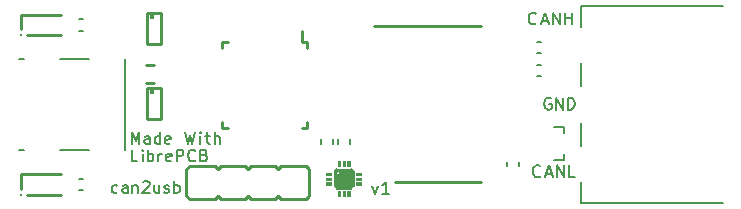
<source format=gbr>
G04 --- HEADER BEGIN --- *
%TF.GenerationSoftware,LibrePCB,LibrePCB,0.1.5*%
%TF.CreationDate,2021-01-02T14:24:37*%
%TF.ProjectId,can2usb - default,565da67e-d1db-4e60-9fc1-0ba8a5c8bd0e,v1*%
%TF.Part,Single*%
%FSLAX66Y66*%
%MOMM*%
G01*
G74*
G04 --- HEADER END --- *
G04 --- APERTURE LIST BEGIN --- *
%ADD10C,0.0*%
%ADD11C,0.2*%
%ADD12C,0.25*%
%ADD13C,0.15*%
%ADD14C,0.3X0.3*%
%ADD15C,0.3*%
%ADD16C,0.1524*%
%ADD17C,0.254*%
%ADD18C,0.381X0.381*%
%ADD19C,0.381*%
%ADD20R,1.2X1.3*%
%ADD21R,1.3X1.2*%
%ADD22O,1.787X2.39*%
%ADD23R,1.787X2.39*%
%ADD24R,1.3X0.42*%
%ADD25R,0.42X1.3*%
%ADD26R,0.95X1.45*%
%ADD27R,1.0X0.95*%
%ADD28O,4.2X2.74*%
%ADD29R,1.4X1.4*%
%ADD30R,0.95X1.0*%
%ADD31R,1.6X1.2*%
%ADD32R,2.0X1.8*%
%ADD33R,1.735X0.68*%
%ADD34R,1.3X0.8*%
%ADD35R,2.7X2.2*%
%ADD36R,2.5X0.7*%
G04 --- APERTURE LIST END --- *
G04 --- BOARD BEGIN --- *
D10*
X28867500Y1642250D02*
X29287500Y1642250D01*
X29287500Y1442250D01*
X28867500Y1442250D01*
X28867500Y1642250D01*
G36*
X28867500Y1642250D02*
X29287500Y1642250D01*
X29287500Y1442250D01*
X28867500Y1442250D01*
X28867500Y1642250D01*
G37*
X27707500Y3002250D02*
X27907500Y3002250D01*
X27907500Y3422250D01*
X27707500Y3422250D01*
X27707500Y3002250D01*
G36*
X27707500Y3002250D02*
X27907500Y3002250D01*
X27907500Y3422250D01*
X27707500Y3422250D01*
X27707500Y3002250D01*
G37*
X27307500Y3002250D02*
X27507500Y3002250D01*
X27507500Y3422250D01*
X27307500Y3422250D01*
X27307500Y3002250D01*
G36*
X27307500Y3002250D02*
X27507500Y3002250D01*
X27507500Y3422250D01*
X27307500Y3422250D01*
X27307500Y3002250D01*
G37*
X26747500Y2442250D02*
X26327500Y2442250D01*
X26327500Y2242250D01*
X26747500Y2242250D01*
X26747500Y2442250D01*
G36*
X26747500Y2442250D02*
X26327500Y2442250D01*
X26327500Y2242250D01*
X26747500Y2242250D01*
X26747500Y2442250D01*
G37*
X27707500Y882250D02*
X27907500Y882250D01*
X27907500Y462250D01*
X27707500Y462250D01*
X27707500Y882250D01*
G36*
X27707500Y882250D02*
X27907500Y882250D01*
X27907500Y462250D01*
X27707500Y462250D01*
X27707500Y882250D01*
G37*
X27172500Y2789250D02*
X28442500Y2789250D01*
G75*
G02*
X28654500Y2577250I0J-212000D01*
G01*
X28654500Y1307250D01*
G02*
X28442500Y1095250I-212000J0D01*
G01*
X27172500Y1095250D01*
G02*
X26960500Y1307250I0J212000D01*
G01*
X26960500Y2407250D01*
X27175500Y2407250D01*
G03*
X27342500Y2240250I167000J0D01*
G01*
G03*
X27509500Y2407250I0J167000D01*
G01*
G03*
X27342500Y2574250I-167000J0D01*
G01*
G03*
X27175500Y2407250I0J-167000D01*
G01*
X26960500Y2407250D01*
X26960500Y2577250D01*
G02*
X27172500Y2789250I212000J0D01*
G01*
G36*
X27172500Y2789250D02*
X28442500Y2789250D01*
G02*
X28654500Y2577250I0J-212000D01*
G01*
X28654500Y1307250D01*
G02*
X28442500Y1095250I-212000J0D01*
G01*
X27172500Y1095250D01*
G02*
X26960500Y1307250I0J212000D01*
G01*
X26960500Y2407250D01*
X27175500Y2407250D01*
G03*
X27342500Y2240250I167000J0D01*
G01*
G03*
X27509500Y2407250I0J167000D01*
G01*
G03*
X27342500Y2574250I-167000J0D01*
G01*
G03*
X27175500Y2407250I0J-167000D01*
G01*
X26960500Y2407250D01*
X26960500Y2577250D01*
G02*
X27172500Y2789250I212000J0D01*
G01*
G37*
X28867500Y2442250D02*
X29287500Y2442250D01*
X29287500Y2242250D01*
X28867500Y2242250D01*
X28867500Y2442250D01*
G36*
X28867500Y2442250D02*
X29287500Y2442250D01*
X29287500Y2242250D01*
X28867500Y2242250D01*
X28867500Y2442250D01*
G37*
X28107500Y3002250D02*
X28307500Y3002250D01*
X28307500Y3422250D01*
X28107500Y3422250D01*
X28107500Y3002250D01*
G36*
X28107500Y3002250D02*
X28307500Y3002250D01*
X28307500Y3422250D01*
X28107500Y3422250D01*
X28107500Y3002250D01*
G37*
X26747500Y2042250D02*
X26327500Y2042250D01*
X26327500Y1842250D01*
X26747500Y1842250D01*
X26747500Y2042250D01*
G36*
X26747500Y2042250D02*
X26327500Y2042250D01*
X26327500Y1842250D01*
X26747500Y1842250D01*
X26747500Y2042250D01*
G37*
X27307500Y882250D02*
X27507500Y882250D01*
X27507500Y462250D01*
X27307500Y462250D01*
X27307500Y882250D01*
G36*
X27307500Y882250D02*
X27507500Y882250D01*
X27507500Y462250D01*
X27307500Y462250D01*
X27307500Y882250D01*
G37*
X26747500Y1642250D02*
X26327500Y1642250D01*
X26327500Y1442250D01*
X26747500Y1442250D01*
X26747500Y1642250D01*
G36*
X26747500Y1642250D02*
X26327500Y1642250D01*
X26327500Y1442250D01*
X26747500Y1442250D01*
X26747500Y1642250D01*
G37*
X28107500Y882250D02*
X28307500Y882250D01*
X28307500Y462250D01*
X28107500Y462250D01*
X28107500Y882250D01*
G36*
X28107500Y882250D02*
X28307500Y882250D01*
X28307500Y462250D01*
X28107500Y462250D01*
X28107500Y882250D01*
G37*
X28867500Y2042250D02*
X29287500Y2042250D01*
X29287500Y1842250D01*
X28867500Y1842250D01*
X28867500Y2042250D01*
G36*
X28867500Y2042250D02*
X29287500Y2042250D01*
X29287500Y1842250D01*
X28867500Y1842250D01*
X28867500Y2042250D01*
G37*
D11*
X9846500Y4887500D02*
X9846500Y5887500D01*
X10179833Y5173056D01*
X10513167Y5887500D01*
X10513167Y4887500D01*
X11389834Y4887500D02*
X11389834Y5410833D01*
X11342056Y5506389D01*
X11246500Y5554167D01*
X11056500Y5554167D01*
X10960945Y5506389D01*
X11389834Y4935278D02*
X11294278Y4887500D01*
X11056500Y4887500D01*
X10960945Y4935278D01*
X10913167Y5030833D01*
X10913167Y5125278D01*
X10960945Y5220833D01*
X11056500Y5268611D01*
X11294278Y5268611D01*
X11389834Y5316389D01*
X12266501Y4887500D02*
X12266501Y5887500D01*
X12266501Y4935278D02*
X12170945Y4887500D01*
X11979834Y4887500D01*
X11885390Y4935278D01*
X11837612Y4983056D01*
X11789834Y5077500D01*
X11789834Y5364167D01*
X11837612Y5458611D01*
X11885390Y5506389D01*
X11979834Y5554167D01*
X12170945Y5554167D01*
X12266501Y5506389D01*
X13095390Y4935278D02*
X12999834Y4887500D01*
X12809834Y4887500D01*
X12714279Y4935278D01*
X12666501Y5030833D01*
X12666501Y5410833D01*
X12714279Y5506389D01*
X12809834Y5554167D01*
X12999834Y5554167D01*
X13095390Y5506389D01*
X13143168Y5410833D01*
X13143168Y5316389D01*
X12666501Y5220833D01*
X14343167Y5887500D02*
X14580945Y4887500D01*
X14772056Y5601944D01*
X14962056Y4887500D01*
X15199834Y5887500D01*
X15647612Y4887500D02*
X15647612Y5554167D01*
X15647612Y5887500D02*
X15599834Y5839722D01*
X15647612Y5791944D01*
X15695390Y5839722D01*
X15647612Y5887500D01*
X15647612Y5791944D01*
X16095390Y5554167D02*
X16476501Y5554167D01*
X16238723Y5887500D02*
X16238723Y5030833D01*
X16285390Y4935278D01*
X16380946Y4887500D01*
X16476501Y4887500D01*
X16876501Y4887500D02*
X16876501Y5887500D01*
X17305390Y4887500D02*
X17305390Y5410833D01*
X17257612Y5506389D01*
X17162057Y5554167D01*
X17019834Y5554167D01*
X16924279Y5506389D01*
X16876501Y5458611D01*
X10323167Y3407500D02*
X9846500Y3407500D01*
X9846500Y4407500D01*
X10770945Y3407500D02*
X10770945Y4074167D01*
X10770945Y4407500D02*
X10723167Y4359722D01*
X10770945Y4311944D01*
X10818723Y4359722D01*
X10770945Y4407500D01*
X10770945Y4311944D01*
X11218723Y3407500D02*
X11218723Y4407500D01*
X11218723Y4026389D02*
X11314279Y4074167D01*
X11504279Y4074167D01*
X11599834Y4026389D01*
X11647612Y3978611D01*
X11695390Y3884167D01*
X11695390Y3597500D01*
X11647612Y3503056D01*
X11599834Y3455278D01*
X11504279Y3407500D01*
X11314279Y3407500D01*
X11218723Y3455278D01*
X12095390Y3407500D02*
X12095390Y4074167D01*
X12095390Y3884167D02*
X12143168Y3978611D01*
X12190946Y4026389D01*
X12285390Y4074167D01*
X12380946Y4074167D01*
X13209835Y3455278D02*
X13114279Y3407500D01*
X12924279Y3407500D01*
X12828724Y3455278D01*
X12780946Y3550833D01*
X12780946Y3930833D01*
X12828724Y4026389D01*
X12924279Y4074167D01*
X13114279Y4074167D01*
X13209835Y4026389D01*
X13257613Y3930833D01*
X13257613Y3836389D01*
X12780946Y3740833D01*
X13657613Y3407500D02*
X13657613Y4407500D01*
X14038724Y4407500D01*
X14134280Y4359722D01*
X14180946Y4311944D01*
X14228724Y4217500D01*
X14228724Y4074167D01*
X14180946Y3978611D01*
X14134280Y3930833D01*
X14038724Y3884167D01*
X13657613Y3884167D01*
X15247613Y3503056D02*
X15199835Y3455278D01*
X15057613Y3407500D01*
X14962057Y3407500D01*
X14818724Y3455278D01*
X14724280Y3550833D01*
X14676502Y3645278D01*
X14628724Y3836389D01*
X14628724Y3978611D01*
X14676502Y4169722D01*
X14724280Y4264167D01*
X14818724Y4359722D01*
X14962057Y4407500D01*
X15057613Y4407500D01*
X15199835Y4359722D01*
X15247613Y4311944D01*
X15980946Y3930833D02*
X16124280Y3884167D01*
X16170946Y3836389D01*
X16218724Y3740833D01*
X16218724Y3597500D01*
X16170946Y3503056D01*
X16124280Y3455278D01*
X16028724Y3407500D01*
X15647613Y3407500D01*
X15647613Y4407500D01*
X15980946Y4407500D01*
X16076502Y4359722D01*
X16124280Y4311944D01*
X16170946Y4217500D01*
X16170946Y4121944D01*
X16124280Y4026389D01*
X16076502Y3978611D01*
X15980946Y3930833D01*
X15647613Y3930833D01*
D12*
X24620000Y230500D02*
X22495000Y230500D01*
X22225000Y500500D01*
X21955000Y230500D01*
X19955000Y230500D01*
X19685000Y500500D01*
X19415000Y230500D01*
X17415000Y230500D01*
X17145000Y500500D01*
X16875000Y230500D01*
X14750000Y230500D01*
X14480000Y500500D01*
X14480000Y2750500D01*
X14750000Y3020500D01*
X16875000Y3020500D01*
X17145000Y2750500D01*
X17415000Y3020500D01*
X19415000Y3020500D01*
X19685000Y2750500D01*
X19955000Y3020500D01*
X21955000Y3020500D01*
X22225000Y2750500D01*
X22495000Y3020500D01*
X24620000Y3020500D01*
X24890000Y2750500D01*
X24890000Y500500D01*
X24620000Y230500D01*
X17488750Y13015000D02*
X17488750Y13505000D01*
X17978750Y13505000D01*
X17488750Y6745000D02*
X17488750Y6255000D01*
X17978750Y6255000D01*
X24738750Y6745000D02*
X24738750Y6255000D01*
X24248750Y6255000D01*
X24738750Y13015000D02*
X24738750Y13505000D01*
X24248750Y13505000D01*
X24248750Y14455000D01*
X11105000Y10082000D02*
X11755000Y10082000D01*
X11105000Y11582000D02*
X11755000Y11582000D01*
D13*
X28300000Y4913000D02*
X28300000Y5263000D01*
X27350000Y4913000D02*
X27350000Y5263000D01*
D11*
X47900000Y14760000D02*
X47900000Y16540000D01*
X59900000Y16540000D01*
X59900000Y-100000D02*
X47900000Y-100000D01*
X47900000Y1680000D01*
X47900000Y4680000D02*
X47900000Y6680000D01*
X47900000Y9760000D02*
X47900000Y11760000D01*
D12*
X3906250Y2341500D02*
X456250Y2341500D01*
X456250Y1091500D01*
X956250Y591500D02*
X3906250Y591500D01*
D14*
X456250Y591500D03*
D15*
X456250Y591500D03*
D13*
X5381250Y991500D02*
X5731250Y991500D01*
X5381250Y1941500D02*
X5731250Y1941500D01*
D16*
X46432566Y3513900D02*
X45619766Y3513900D01*
X45619766Y6358700D02*
X46432566Y6358700D01*
X46432566Y6358700D02*
X46432566Y5799900D01*
X46432566Y4072700D02*
X46432566Y3513900D01*
D12*
X32150000Y1628000D02*
X39400000Y1628000D01*
X30400000Y14908000D02*
X39400000Y14908000D01*
D13*
X5381250Y14484750D02*
X5731250Y14484750D01*
X5381250Y15434750D02*
X5731250Y15434750D01*
X44536000Y11605000D02*
X44186000Y11605000D01*
X44536000Y10655000D02*
X44186000Y10655000D01*
X44536000Y13513000D02*
X44186000Y13513000D01*
X44536000Y12563000D02*
X44186000Y12563000D01*
X25919000Y5263000D02*
X25919000Y4913000D01*
X26869000Y5263000D02*
X26869000Y4913000D01*
D12*
X3906250Y15834750D02*
X456250Y15834750D01*
X456250Y14584750D01*
X956250Y14084750D02*
X3906250Y14084750D01*
D14*
X456250Y14084750D03*
D15*
X456250Y14084750D03*
D17*
X11174500Y9615000D02*
X12320500Y9615000D01*
X12320500Y6969000D01*
X11174500Y6969000D01*
X11174500Y9615000D01*
D18*
X11547500Y9244500D03*
D19*
X11547500Y9244500D03*
D17*
X11174500Y15965000D02*
X12320500Y15965000D01*
X12320500Y13319000D01*
X11174500Y13319000D01*
X11174500Y15965000D01*
D18*
X11547500Y15594500D03*
D19*
X11547500Y15594500D03*
D11*
X9300000Y12070000D02*
X9300000Y4370000D01*
X3800000Y12070000D02*
X6200000Y12070000D01*
X300000Y12070000D02*
X700000Y12070000D01*
X3800000Y4370000D02*
X6200000Y4370000D01*
X300000Y4370000D02*
X700000Y4370000D01*
D13*
X41660000Y3355000D02*
X41660000Y3005000D01*
X42610000Y3355000D02*
X42610000Y3005000D01*
D11*
X44435801Y2171330D02*
X44388023Y2123552D01*
X44245801Y2075774D01*
X44150245Y2075774D01*
X44006912Y2123552D01*
X43912468Y2219107D01*
X43864690Y2313552D01*
X43816912Y2504663D01*
X43816912Y2646885D01*
X43864690Y2837996D01*
X43912468Y2932441D01*
X44006912Y3027996D01*
X44150245Y3075774D01*
X44245801Y3075774D01*
X44388023Y3027996D01*
X44435801Y2980218D01*
X44931357Y2361330D02*
X45406912Y2361330D01*
X44835801Y2075774D02*
X45169134Y3075774D01*
X45502468Y2075774D01*
X45902468Y2075774D02*
X45902468Y3075774D01*
X46473579Y2075774D01*
X46473579Y3075774D01*
X47350246Y2075774D02*
X46873579Y2075774D01*
X46873579Y3075774D01*
X8644667Y795278D02*
X8549111Y747500D01*
X8358000Y747500D01*
X8263556Y795278D01*
X8215778Y843056D01*
X8168000Y937500D01*
X8168000Y1224167D01*
X8215778Y1318611D01*
X8263556Y1366389D01*
X8358000Y1414167D01*
X8549111Y1414167D01*
X8644667Y1366389D01*
X9521334Y747500D02*
X9521334Y1270833D01*
X9473556Y1366389D01*
X9378000Y1414167D01*
X9188000Y1414167D01*
X9092445Y1366389D01*
X9521334Y795278D02*
X9425778Y747500D01*
X9188000Y747500D01*
X9092445Y795278D01*
X9044667Y890833D01*
X9044667Y985278D01*
X9092445Y1080833D01*
X9188000Y1128611D01*
X9425778Y1128611D01*
X9521334Y1176389D01*
X9921334Y1414167D02*
X9921334Y747500D01*
X9921334Y1318611D02*
X9969112Y1366389D01*
X10064667Y1414167D01*
X10206890Y1414167D01*
X10302445Y1366389D01*
X10350223Y1270833D01*
X10350223Y747500D01*
X10798001Y1651944D02*
X10845779Y1699722D01*
X10940223Y1747500D01*
X11179112Y1747500D01*
X11273556Y1699722D01*
X11321334Y1651944D01*
X11369112Y1557500D01*
X11369112Y1461944D01*
X11321334Y1318611D01*
X10750223Y747500D01*
X11369112Y747500D01*
X12198001Y1414167D02*
X12198001Y747500D01*
X11769112Y1414167D02*
X11769112Y890833D01*
X11816890Y795278D01*
X11912445Y747500D01*
X12054668Y747500D01*
X12150223Y795278D01*
X12198001Y843056D01*
X12598001Y795278D02*
X12693557Y747500D01*
X12883557Y747500D01*
X12979112Y795278D01*
X13026890Y890833D01*
X13026890Y937500D01*
X12979112Y1033056D01*
X12883557Y1080833D01*
X12741334Y1080833D01*
X12645779Y1128611D01*
X12598001Y1224167D01*
X12598001Y1270833D01*
X12645779Y1366389D01*
X12741334Y1414167D01*
X12883557Y1414167D01*
X12979112Y1366389D01*
X13426890Y747500D02*
X13426890Y1747500D01*
X13426890Y1366389D02*
X13522446Y1414167D01*
X13712446Y1414167D01*
X13808001Y1366389D01*
X13855779Y1318611D01*
X13903557Y1224167D01*
X13903557Y937500D01*
X13855779Y843056D01*
X13808001Y795278D01*
X13712446Y747500D01*
X13522446Y747500D01*
X13426890Y795278D01*
X30189500Y1334667D02*
X30427278Y668000D01*
X30666167Y1334667D01*
X31637278Y668000D02*
X31066167Y668000D01*
X31351723Y668000D02*
X31351723Y1668000D01*
X31256167Y1524667D01*
X31161723Y1430222D01*
X31066167Y1382444D01*
X44086400Y15096761D02*
X44038622Y15048983D01*
X43896400Y15001205D01*
X43800844Y15001205D01*
X43657511Y15048983D01*
X43563067Y15144538D01*
X43515289Y15238983D01*
X43467511Y15430094D01*
X43467511Y15572316D01*
X43515289Y15763427D01*
X43563067Y15857872D01*
X43657511Y15953427D01*
X43800844Y16001205D01*
X43896400Y16001205D01*
X44038622Y15953427D01*
X44086400Y15905649D01*
X44581956Y15286761D02*
X45057511Y15286761D01*
X44486400Y15001205D02*
X44819733Y16001205D01*
X45153067Y15001205D01*
X45553067Y15001205D02*
X45553067Y16001205D01*
X46124178Y15001205D01*
X46124178Y16001205D01*
X46524178Y15001205D02*
X46524178Y16001205D01*
X46524178Y15524538D02*
X47095289Y15524538D01*
X47095289Y15001205D02*
X47095289Y16001205D01*
X45360247Y8751996D02*
X45265803Y8799774D01*
X45122469Y8799774D01*
X44979136Y8751996D01*
X44884692Y8656441D01*
X44836914Y8561996D01*
X44789136Y8370885D01*
X44789136Y8228663D01*
X44836914Y8037552D01*
X44884692Y7943107D01*
X44979136Y7847552D01*
X45122469Y7799774D01*
X45218025Y7799774D01*
X45360247Y7847552D01*
X45408025Y7895330D01*
X45408025Y8228663D01*
X45218025Y8228663D01*
X45808025Y7799774D02*
X45808025Y8799774D01*
X46379136Y7799774D01*
X46379136Y8799774D01*
X46779136Y7799774D02*
X46779136Y8799774D01*
X47016914Y8799774D01*
X47160247Y8751996D01*
X47255803Y8656441D01*
X47302469Y8561996D01*
X47350247Y8370885D01*
X47350247Y8228663D01*
X47302469Y8037552D01*
X47255803Y7943107D01*
X47160247Y7847552D01*
X47016914Y7799774D01*
X46779136Y7799774D01*
%LPC*%
D20*
X14605000Y13792000D03*
X14605000Y15492000D03*
D21*
X10580000Y12419500D03*
X12280000Y12419500D03*
D20*
X29415000Y14206000D03*
X29415000Y12506000D03*
D22*
X20955000Y1625500D03*
D23*
X23495000Y1625500D03*
D22*
X15875000Y1625500D03*
X18415000Y1625500D03*
D24*
X25263750Y8130000D03*
X25263750Y12130000D03*
X25263750Y11630000D03*
X16963750Y8130000D03*
D25*
X21863750Y5730000D03*
D24*
X16963750Y11630000D03*
X16963750Y7130000D03*
D25*
X18363750Y5730000D03*
D24*
X25263750Y9130000D03*
X25263750Y7130000D03*
D25*
X18363750Y14030000D03*
X22363750Y5730000D03*
D24*
X25263750Y11130000D03*
D25*
X22363750Y14030000D03*
X19863750Y14030000D03*
D24*
X16963750Y8630000D03*
X16963750Y11130000D03*
X16963750Y12130000D03*
D25*
X19363750Y14030000D03*
X20863750Y5730000D03*
X18863750Y14030000D03*
D24*
X16963750Y7630000D03*
D25*
X23863750Y14030000D03*
X20363750Y5730000D03*
D24*
X25263750Y8630000D03*
D25*
X21363750Y14030000D03*
X20863750Y14030000D03*
X18863750Y5730000D03*
D24*
X16963750Y9630000D03*
D25*
X23363750Y14030000D03*
D24*
X25263750Y12630000D03*
X25263750Y7630000D03*
D25*
X19363750Y5730000D03*
X22863750Y5730000D03*
X21863750Y14030000D03*
D24*
X16963750Y9130000D03*
X16963750Y10130000D03*
D25*
X20363750Y14030000D03*
D24*
X25263750Y9630000D03*
D25*
X23863750Y5730000D03*
D24*
X25263750Y10630000D03*
X16963750Y10630000D03*
D25*
X22863750Y14030000D03*
X23363750Y5730000D03*
X19863750Y5730000D03*
D24*
X16963750Y12630000D03*
X25263750Y10130000D03*
D25*
X21363750Y5730000D03*
D20*
X27666000Y10072000D03*
X27666000Y8372000D03*
D26*
X12405000Y10832000D03*
X10455000Y10832000D03*
D27*
X27825000Y5863000D03*
X27825000Y4313000D03*
D28*
X50000000Y3140000D03*
X50000000Y8220000D03*
X50000000Y13300000D03*
D29*
X3431250Y1466500D03*
X1331250Y1466500D03*
D30*
X6331250Y1466500D03*
X4781250Y1466500D03*
D31*
X44672166Y3986300D03*
X46872166Y4936300D03*
X44672166Y5886300D03*
D32*
X27548750Y15040250D03*
X27548750Y12240250D03*
D20*
X43884000Y7418000D03*
X43884000Y9118000D03*
D33*
X31043000Y11443000D03*
X31043000Y8903000D03*
X40507000Y2553000D03*
X40507000Y12713000D03*
X31043000Y3823000D03*
X40507000Y3823000D03*
X40507000Y13983000D03*
X40507000Y5093000D03*
X40507000Y8903000D03*
X40507000Y6363000D03*
X40507000Y10173000D03*
X40507000Y7633000D03*
X31043000Y12713000D03*
X31043000Y5093000D03*
X31043000Y10173000D03*
X40507000Y11443000D03*
X31043000Y6363000D03*
X31043000Y13983000D03*
X31043000Y2553000D03*
X31043000Y7633000D03*
D30*
X6331250Y14959750D03*
X4781250Y14959750D03*
D20*
X42294000Y7418000D03*
X42294000Y9118000D03*
D30*
X43586000Y11130000D03*
X45136000Y11130000D03*
X43586000Y13038000D03*
X45136000Y13038000D03*
D20*
X25599000Y15478000D03*
X25599000Y13778000D03*
D27*
X26394000Y4313000D03*
X26394000Y5863000D03*
D20*
X15398750Y8508000D03*
X15398750Y6808000D03*
X42294000Y11234000D03*
X42294000Y12934000D03*
D29*
X3431250Y14959750D03*
X1331250Y14959750D03*
D34*
X13147500Y8292000D03*
X10347500Y8292000D03*
X13147500Y9242000D03*
X10347500Y9242000D03*
X10347500Y7342000D03*
X13147500Y7342000D03*
D20*
X29256000Y10072000D03*
X29256000Y8372000D03*
D34*
X13147500Y15592000D03*
X10347500Y13692000D03*
X10347500Y14642000D03*
X10347500Y15592000D03*
X13147500Y13692000D03*
D35*
X2250000Y3770000D03*
X7750000Y12670000D03*
X7750000Y3770000D03*
X2250000Y12670000D03*
D36*
X7750000Y9020000D03*
X7750000Y9820000D03*
X7750000Y8220000D03*
X7750000Y6620000D03*
X7750000Y7420000D03*
D32*
X46746000Y11002000D03*
X46746000Y13802000D03*
D27*
X42135000Y2405000D03*
X42135000Y3955000D03*
D21*
X21011250Y15595000D03*
X19311250Y15595000D03*
X22803750Y4165000D03*
X24503750Y4165000D03*
G04 --- BOARD END --- *
%TF.MD5,2f441f5d46fa769a628ba5057a89a2f4*%
M02*

</source>
